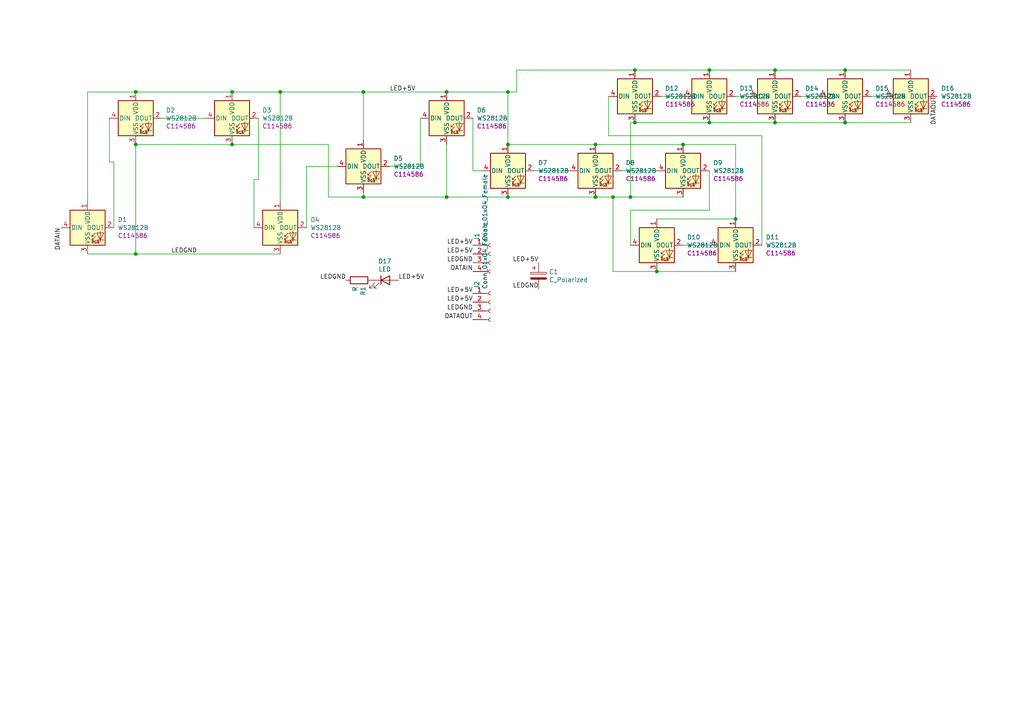
<source format=kicad_sch>
(kicad_sch (version 20211123) (generator eeschema)
  (paper "A4")
  (lib_symbols
    (symbol "Connector:Conn_01x04_Female" (pin_names (offset 1.016) hide)
      (property "Reference" "J" (at 0 5.08 0))
      (property "Value" "Conn_01x04_Female" (at 0 -7.62 0))
      (symbol "Conn_01x04_Female_1_1"
        (arc (start 0 -4.572) (mid -0.508 -5.08) (end 0 -5.588) (stroke (width 0.1524)))
        (arc (start 0 -2.032) (mid -0.508 -2.54) (end 0 -3.048) (stroke (width 0.1524)))
        (polyline (pts (xy -1.27 -5.08) (xy -0.508 -5.08)) (stroke (width 0.1524)))
        (polyline (pts (xy -1.27 -2.54) (xy -0.508 -2.54)) (stroke (width 0.1524)))
        (polyline (pts (xy -1.27 0) (xy -0.508 0)) (stroke (width 0.1524)))
        (polyline (pts (xy -1.27 2.54) (xy -0.508 2.54)) (stroke (width 0.1524)))
        (arc (start 0 0.508) (mid -0.508 0) (end 0 -0.508) (stroke (width 0.1524)))
        (arc (start 0 3.048) (mid -0.508 2.54) (end 0 2.032) (stroke (width 0.1524)))
        (pin passive line (at -5.08 2.54 0) (length 3.81) (name "Pin_1") (number "1"))
        (pin passive line (at -5.08 0 0) (length 3.81) (name "Pin_2") (number "2"))
        (pin passive line (at -5.08 -2.54 0) (length 3.81) (name "Pin_3") (number "3"))
        (pin passive line (at -5.08 -5.08 0) (length 3.81) (name "Pin_4") (number "4"))
      )
    )
    (symbol "Device:C_Polarized" (pin_numbers hide) (pin_names (offset 0.254))
      (property "Reference" "C" (at 0.635 2.54 0))
      (property "Value" "C_Polarized" (at 0.635 -2.54 0))
      (symbol "C_Polarized_0_1"
        (rectangle (start -2.286 0.508) (end 2.286 1.016))
        (polyline (pts (xy -1.778 2.286) (xy -0.762 2.286)))
        (polyline (pts (xy -1.27 2.794) (xy -1.27 1.778)))
        (rectangle (start 2.286 -0.508) (end -2.286 -1.016) (fill (type outline)))
      )
      (symbol "C_Polarized_1_1"
        (pin passive line (at 0 3.81 270) (length 2.794) (name "~") (number "1"))
        (pin passive line (at 0 -3.81 90) (length 2.794) (name "~") (number "2"))
      )
    )
    (symbol "Device:LED" (pin_numbers hide) (pin_names (offset 1.016) hide)
      (property "Reference" "D" (at 0 2.54 0))
      (property "Value" "LED" (at 0 -2.54 0))
      (symbol "LED_0_1"
        (polyline (pts (xy -1.27 -1.27) (xy -1.27 1.27)) (stroke (width 0.254)))
        (polyline (pts (xy -1.27 0) (xy 1.27 0)))
        (polyline (pts (xy 1.27 -1.27) (xy 1.27 1.27) (xy -1.27 0) (xy 1.27 -1.27)) (stroke (width 0.254)))
        (polyline (pts (xy -3.048 -0.762) (xy -4.572 -2.286) (xy -3.81 -2.286) (xy -4.572 -2.286) (xy -4.572 -1.524)))
        (polyline (pts (xy -1.778 -0.762) (xy -3.302 -2.286) (xy -2.54 -2.286) (xy -3.302 -2.286) (xy -3.302 -1.524)))
      )
      (symbol "LED_1_1"
        (pin passive line (at -3.81 0 0) (length 2.54) (name "K") (number "1"))
        (pin passive line (at 3.81 0 180) (length 2.54) (name "A") (number "2"))
      )
    )
    (symbol "Device:R" (pin_numbers hide) (pin_names (offset 0))
      (property "Reference" "R" (at 2.032 0 90))
      (property "Value" "R" (at 0 0 90))
      (symbol "R_0_1"
        (rectangle (start -1.016 -2.54) (end 1.016 2.54) (stroke (width 0.254)))
      )
      (symbol "R_1_1"
        (pin passive line (at 0 3.81 270) (length 1.27) (name "~") (number "1"))
        (pin passive line (at 0 -3.81 90) (length 1.27) (name "~") (number "2"))
      )
    )
    (symbol "LED:WS2812B" (pin_names (offset 0.254))
      (property "Reference" "D" (at 5.08 5.715 0))
      (property "Value" "WS2812B" (at 1.27 -5.715 0))
      (symbol "WS2812B_0_0"
        (text "RGB" (at 2.286 -4.191 0) (effects (font (size 0.762 0.762))))
      )
      (symbol "WS2812B_0_1"
        (polyline (pts (xy 1.27 -3.556) (xy 1.778 -3.556)))
        (polyline (pts (xy 1.27 -2.54) (xy 1.778 -2.54)))
        (polyline (pts (xy 4.699 -3.556) (xy 2.667 -3.556)))
        (polyline (pts (xy 2.286 -2.54) (xy 1.27 -3.556) (xy 1.27 -3.048)))
        (polyline (pts (xy 2.286 -1.524) (xy 1.27 -2.54) (xy 1.27 -2.032)))
        (polyline (pts (xy 3.683 -1.016) (xy 3.683 -3.556) (xy 3.683 -4.064)))
        (polyline (pts (xy 4.699 -1.524) (xy 2.667 -1.524) (xy 3.683 -3.556) (xy 4.699 -1.524)))
        (rectangle (start 5.08 5.08) (end -5.08 -5.08) (stroke (width 0.254)) (fill (type background)))
      )
      (symbol "WS2812B_1_1"
        (pin power_in line (at 0 7.62 270) (length 2.54) (name "VDD") (number "1"))
        (pin output line (at 7.62 0 180) (length 2.54) (name "DOUT") (number "2"))
        (pin power_in line (at 0 -7.62 90) (length 2.54) (name "VSS") (number "3"))
        (pin input line (at -7.62 0 0) (length 2.54) (name "DIN") (number "4"))
      )
    )
  )
  (junction (at 224.79 20.32))
  (junction (at 81.28 26.67))
  (junction (at 147.32 26.67))
  (junction (at 213.36 63.5))
  (junction (at 147.32 41.91))
  (junction (at 177.8 57.15))
  (junction (at 67.31 41.91))
  (junction (at 129.54 57.15))
  (junction (at 245.11 35.56))
  (junction (at 190.5 78.74))
  (junction (at 172.72 57.15))
  (junction (at 39.37 26.67))
  (junction (at 245.11 20.32))
  (junction (at 105.41 57.15))
  (junction (at 147.32 57.15))
  (junction (at 172.72 41.91))
  (junction (at 205.74 35.56))
  (junction (at 184.15 20.32))
  (junction (at 39.37 41.91))
  (junction (at 182.88 57.15))
  (junction (at 129.54 26.67))
  (junction (at 39.37 73.66))
  (junction (at 224.79 35.56))
  (junction (at 198.12 41.91))
  (junction (at 67.31 26.67))
  (junction (at 205.74 20.32))
  (junction (at 184.15 35.56))
  (junction (at 105.41 26.67))
  (wire (pts (xy 205.74 20.32) (xy 184.15 20.32)))
  (wire (pts (xy 198.12 41.91) (xy 172.72 41.91)))
  (wire (pts (xy 205.74 60.96) (xy 182.88 60.96)))
  (wire (pts (xy 95.25 57.15) (xy 105.41 57.15)))
  (wire (pts (xy 177.8 57.15) (xy 172.72 57.15)))
  (wire (pts (xy 182.88 60.96) (xy 182.88 71.12)))
  (wire (pts (xy 25.4 73.66) (xy 39.37 73.66)))
  (wire (pts (xy 149.86 20.32) (xy 149.86 26.67)))
  (wire (pts (xy 182.88 35.56) (xy 184.15 35.56)))
  (wire (pts (xy 39.37 73.66) (xy 39.37 41.91)))
  (wire (pts (xy 129.54 41.91) (xy 129.54 57.15)))
  (wire (pts (xy 105.41 57.15) (xy 129.54 57.15)))
  (wire (pts (xy 180.34 49.53) (xy 190.5 49.53)))
  (wire (pts (xy 33.02 66.04) (xy 33.02 46.99)))
  (wire (pts (xy 113.03 48.26) (xy 121.92 48.26)))
  (wire (pts (xy 213.36 63.5) (xy 190.5 63.5)))
  (wire (pts (xy 177.8 57.15) (xy 177.8 78.74)))
  (wire (pts (xy 147.32 41.91) (xy 147.32 26.67)))
  (wire (pts (xy 39.37 73.66) (xy 81.28 73.66)))
  (wire (pts (xy 147.32 26.67) (xy 149.86 26.67)))
  (wire (pts (xy 81.28 58.42) (xy 81.28 26.67)))
  (wire (pts (xy 39.37 41.91) (xy 67.31 41.91)))
  (wire (pts (xy 213.36 41.91) (xy 198.12 41.91)))
  (wire (pts (xy 182.88 57.15) (xy 182.88 35.56)))
  (wire (pts (xy 81.28 26.67) (xy 67.31 26.67)))
  (wire (pts (xy 264.16 20.32) (xy 245.11 20.32)))
  (wire (pts (xy 88.9 48.26) (xy 97.79 48.26)))
  (wire (pts (xy 198.12 57.15) (xy 182.88 57.15)))
  (wire (pts (xy 205.74 35.56) (xy 224.79 35.56)))
  (wire (pts (xy 129.54 57.15) (xy 147.32 57.15)))
  (wire (pts (xy 129.54 26.67) (xy 147.32 26.67)))
  (wire (pts (xy 105.41 55.88) (xy 105.41 57.15)))
  (wire (pts (xy 46.99 34.29) (xy 59.69 34.29)))
  (wire (pts (xy 245.11 20.32) (xy 224.79 20.32)))
  (wire (pts (xy 232.41 27.94) (xy 237.49 27.94)))
  (wire (pts (xy 190.5 78.74) (xy 213.36 78.74)))
  (wire (pts (xy 33.02 46.99) (xy 31.75 46.99)))
  (wire (pts (xy 25.4 26.67) (xy 39.37 26.67)))
  (wire (pts (xy 224.79 35.56) (xy 245.11 35.56)))
  (wire (pts (xy 95.25 41.91) (xy 95.25 57.15)))
  (wire (pts (xy 172.72 57.15) (xy 147.32 57.15)))
  (wire (pts (xy 74.93 52.07) (xy 73.66 52.07)))
  (wire (pts (xy 184.15 35.56) (xy 205.74 35.56)))
  (wire (pts (xy 31.75 46.99) (xy 31.75 34.29)))
  (wire (pts (xy 105.41 26.67) (xy 81.28 26.67)))
  (wire (pts (xy 177.8 78.74) (xy 190.5 78.74)))
  (wire (pts (xy 198.12 71.12) (xy 205.74 71.12)))
  (wire (pts (xy 224.79 20.32) (xy 205.74 20.32)))
  (wire (pts (xy 220.98 71.12) (xy 220.98 39.37)))
  (wire (pts (xy 88.9 66.04) (xy 88.9 48.26)))
  (wire (pts (xy 220.98 39.37) (xy 176.53 39.37)))
  (wire (pts (xy 184.15 20.32) (xy 149.86 20.32)))
  (wire (pts (xy 213.36 63.5) (xy 213.36 41.91)))
  (wire (pts (xy 25.4 58.42) (xy 25.4 26.67)))
  (wire (pts (xy 213.36 27.94) (xy 217.17 27.94)))
  (wire (pts (xy 67.31 26.67) (xy 39.37 26.67)))
  (wire (pts (xy 129.54 26.67) (xy 105.41 26.67)))
  (wire (pts (xy 245.11 35.56) (xy 264.16 35.56)))
  (wire (pts (xy 137.16 49.53) (xy 139.7 49.53)))
  (wire (pts (xy 191.77 27.94) (xy 198.12 27.94)))
  (wire (pts (xy 182.88 57.15) (xy 177.8 57.15)))
  (wire (pts (xy 205.74 49.53) (xy 205.74 60.96)))
  (wire (pts (xy 73.66 52.07) (xy 73.66 66.04)))
  (wire (pts (xy 67.31 41.91) (xy 95.25 41.91)))
  (wire (pts (xy 121.92 48.26) (xy 121.92 34.29)))
  (wire (pts (xy 252.73 27.94) (xy 256.54 27.94)))
  (wire (pts (xy 105.41 40.64) (xy 105.41 26.67)))
  (wire (pts (xy 172.72 41.91) (xy 147.32 41.91)))
  (wire (pts (xy 154.94 49.53) (xy 165.1 49.53)))
  (wire (pts (xy 74.93 34.29) (xy 74.93 52.07)))
  (wire (pts (xy 137.16 34.29) (xy 137.16 49.53)))
  (wire (pts (xy 176.53 39.37) (xy 176.53 27.94)))
  (label "LED+5V" (at 156.21 76.2 180))
  (label "LEDGND" (at 100.33 81.28 180))
  (label "LED+5V" (at 137.16 73.66 180))
  (label "LEDGND" (at 156.21 83.82 180))
  (label "LEDGND" (at 57.15 73.66 180))
  (label "DATAOUT" (at 271.78 27.94 270))
  (label "LED+5V" (at 137.16 87.63 180))
  (label "LED+5V" (at 115.57 81.28 0))
  (label "DATAIN" (at 17.78 66.04 270))
  (label "DATAIN" (at 137.16 78.74 180))
  (label "LEDGND" (at 137.16 90.17 180))
  (label "LEDGND" (at 137.16 76.2 180))
  (label "LED+5V" (at 137.16 85.09 180))
  (label "DATAOUT" (at 137.16 92.71 180))
  (label "LED+5V" (at 113.03 26.67 0))
  (label "LED+5V" (at 137.16 71.12 180))
  (symbol (lib_id "LED:WS2812B") (at 39.37 34.29 0) (unit 1)
    (property "Reference" "D2" (at 48.1076 31.9786 0) (effects (justify left)))
    (property "Value" "WS2812B" (at 48.1076 34.29 0) (effects (justify left)))
    (property "Footprint" "OH_Footprints:LED_WS2812B_PLCC4_5.0x5.0mm_P3.2mm" (effects hide))
    (property "Datasheet" "https://cdn-shop.adafruit.com/datasheets/WS2812B.pdf" (effects hide))
    (property "LCSC Part Number" "C114586" (at 48.1076 36.6014 0) (effects (justify left)))
  )
  (symbol (lib_id "LED:WS2812B") (at 67.31 34.29 0) (unit 1)
    (property "Reference" "D3" (at 76.0476 31.9786 0) (effects (justify left)))
    (property "Value" "WS2812B" (at 76.0476 34.29 0) (effects (justify left)))
    (property "Footprint" "OH_Footprints:LED_WS2812B_PLCC4_5.0x5.0mm_P3.2mm" (effects hide))
    (property "Datasheet" "https://cdn-shop.adafruit.com/datasheets/WS2812B.pdf" (effects hide))
    (property "LCSC Part Number" "C114586" (at 76.0476 36.6014 0) (effects (justify left)))
  )
  (symbol (lib_id "LED:WS2812B") (at 25.4 66.04 0) (unit 1)
    (property "Reference" "D1" (at 34.1376 63.7286 0) (effects (justify left)))
    (property "Value" "WS2812B" (at 34.1376 66.04 0) (effects (justify left)))
    (property "Footprint" "OH_Footprints:LED_WS2812B_PLCC4_5.0x5.0mm_P3.2mm" (effects hide))
    (property "Datasheet" "https://cdn-shop.adafruit.com/datasheets/WS2812B.pdf" (effects hide))
    (property "LCSC Part Number" "C114586" (at 34.1376 68.3514 0) (effects (justify left)))
  )
  (symbol (lib_id "LED:WS2812B") (at 81.28 66.04 0) (unit 1)
    (property "Reference" "D4" (at 90.0176 63.7286 0) (effects (justify left)))
    (property "Value" "WS2812B" (at 90.0176 66.04 0) (effects (justify left)))
    (property "Footprint" "OH_Footprints:LED_WS2812B_PLCC4_5.0x5.0mm_P3.2mm" (effects hide))
    (property "Datasheet" "https://cdn-shop.adafruit.com/datasheets/WS2812B.pdf" (effects hide))
    (property "LCSC Part Number" "C114586" (at 90.0176 68.3514 0) (effects (justify left)))
  )
  (symbol (lib_id "LED:WS2812B") (at 105.41 48.26 0) (unit 1)
    (property "Reference" "D5" (at 114.1476 45.9486 0) (effects (justify left)))
    (property "Value" "WS2812B" (at 114.1476 48.26 0) (effects (justify left)))
    (property "Footprint" "OH_Footprints:LED_WS2812B_PLCC4_5.0x5.0mm_P3.2mm" (effects hide))
    (property "Datasheet" "https://cdn-shop.adafruit.com/datasheets/WS2812B.pdf" (effects hide))
    (property "LCSC Part Number" "C114586" (at 114.1476 50.5714 0) (effects (justify left)))
  )
  (symbol (lib_id "LED:WS2812B") (at 129.54 34.29 0) (unit 1)
    (property "Reference" "D6" (at 138.2776 31.9786 0) (effects (justify left)))
    (property "Value" "WS2812B" (at 138.2776 34.29 0) (effects (justify left)))
    (property "Footprint" "OH_Footprints:LED_WS2812B_PLCC4_5.0x5.0mm_P3.2mm" (effects hide))
    (property "Datasheet" "https://cdn-shop.adafruit.com/datasheets/WS2812B.pdf" (effects hide))
    (property "LCSC Part Number" "C114586" (at 138.2776 36.6014 0) (effects (justify left)))
  )
  (symbol (lib_id "LED:WS2812B") (at 147.32 49.53 0) (unit 1)
    (property "Reference" "D7" (at 156.0576 47.2186 0) (effects (justify left)))
    (property "Value" "WS2812B" (at 156.0576 49.53 0) (effects (justify left)))
    (property "Footprint" "OH_Footprints:LED_WS2812B_PLCC4_5.0x5.0mm_P3.2mm" (effects hide))
    (property "Datasheet" "https://cdn-shop.adafruit.com/datasheets/WS2812B.pdf" (effects hide))
    (property "LCSC Part Number" "C114586" (at 156.0576 51.8414 0) (effects (justify left)))
  )
  (symbol (lib_id "LED:WS2812B") (at 172.72 49.53 0) (unit 1)
    (property "Reference" "D8" (at 181.4576 47.2186 0) (effects (justify left)))
    (property "Value" "WS2812B" (at 181.4576 49.53 0) (effects (justify left)))
    (property "Footprint" "OH_Footprints:LED_WS2812B_PLCC4_5.0x5.0mm_P3.2mm" (effects hide))
    (property "Datasheet" "https://cdn-shop.adafruit.com/datasheets/WS2812B.pdf" (effects hide))
    (property "LCSC Part Number" "C114586" (at 181.4576 51.8414 0) (effects (justify left)))
  )
  (symbol (lib_id "LED:WS2812B") (at 184.15 27.94 0) (unit 1)
    (property "Reference" "D12" (at 192.8876 25.6286 0) (effects (justify left)))
    (property "Value" "WS2812B" (at 192.8876 27.94 0) (effects (justify left)))
    (property "Footprint" "OH_Footprints:LED_WS2812B_PLCC4_5.0x5.0mm_P3.2mm" (effects hide))
    (property "Datasheet" "https://cdn-shop.adafruit.com/datasheets/WS2812B.pdf" (effects hide))
    (property "LCSC Part Number" "C114586" (at 192.8876 30.2514 0) (effects (justify left)))
  )
  (symbol (lib_id "LED:WS2812B") (at 205.74 27.94 0) (unit 1)
    (property "Reference" "D13" (at 214.4776 25.6286 0) (effects (justify left)))
    (property "Value" "WS2812B" (at 214.4776 27.94 0) (effects (justify left)))
    (property "Footprint" "OH_Footprints:LED_WS2812B_PLCC4_5.0x5.0mm_P3.2mm" (effects hide))
    (property "Datasheet" "https://cdn-shop.adafruit.com/datasheets/WS2812B.pdf" (effects hide))
    (property "LCSC Part Number" "C114586" (at 214.4776 30.2514 0) (effects (justify left)))
  )
  (symbol (lib_id "LED:WS2812B") (at 224.79 27.94 0) (unit 1)
    (property "Reference" "D14" (at 233.5276 25.6286 0) (effects (justify left)))
    (property "Value" "WS2812B" (at 233.5276 27.94 0) (effects (justify left)))
    (property "Footprint" "OH_Footprints:LED_WS2812B_PLCC4_5.0x5.0mm_P3.2mm" (effects hide))
    (property "Datasheet" "https://cdn-shop.adafruit.com/datasheets/WS2812B.pdf" (effects hide))
    (property "LCSC Part Number" "C114586" (at 233.5276 30.2514 0) (effects (justify left)))
  )
  (symbol (lib_id "LED:WS2812B") (at 245.11 27.94 0) (unit 1)
    (property "Reference" "D15" (at 253.8476 25.6286 0) (effects (justify left)))
    (property "Value" "WS2812B" (at 253.8476 27.94 0) (effects (justify left)))
    (property "Footprint" "OH_Footprints:LED_WS2812B_PLCC4_5.0x5.0mm_P3.2mm" (effects hide))
    (property "Datasheet" "https://cdn-shop.adafruit.com/datasheets/WS2812B.pdf" (effects hide))
    (property "LCSC Part Number" "C114586" (at 253.8476 30.2514 0) (effects (justify left)))
  )
  (symbol (lib_id "LED:WS2812B") (at 264.16 27.94 0) (unit 1)
    (property "Reference" "D16" (at 272.8976 25.6286 0) (effects (justify left)))
    (property "Value" "WS2812B" (at 272.8976 27.94 0) (effects (justify left)))
    (property "Footprint" "OH_Footprints:LED_WS2812B_PLCC4_5.0x5.0mm_P3.2mm" (effects hide))
    (property "Datasheet" "https://cdn-shop.adafruit.com/datasheets/WS2812B.pdf" (effects hide))
    (property "LCSC Part Number" "C114586" (at 272.8976 30.2514 0) (effects (justify left)))
  )
  (symbol (lib_id "LED:WS2812B") (at 198.12 49.53 0) (unit 1)
    (property "Reference" "D9" (at 206.8576 47.2186 0) (effects (justify left)))
    (property "Value" "WS2812B" (at 206.8576 49.53 0) (effects (justify left)))
    (property "Footprint" "OH_Footprints:LED_WS2812B_PLCC4_5.0x5.0mm_P3.2mm" (effects hide))
    (property "Datasheet" "https://cdn-shop.adafruit.com/datasheets/WS2812B.pdf" (effects hide))
    (property "LCSC Part Number" "C114586" (at 206.8576 51.8414 0) (effects (justify left)))
  )
  (symbol (lib_id "LED:WS2812B") (at 190.5 71.12 0) (unit 1)
    (property "Reference" "D10" (at 199.2376 68.8086 0) (effects (justify left)))
    (property "Value" "WS2812B" (at 199.2376 71.12 0) (effects (justify left)))
    (property "Footprint" "OH_Footprints:LED_WS2812B_PLCC4_5.0x5.0mm_P3.2mm" (effects hide))
    (property "Datasheet" "https://cdn-shop.adafruit.com/datasheets/WS2812B.pdf" (effects hide))
    (property "LCSC Part Number" "C114586" (at 199.2376 73.4314 0) (effects (justify left)))
  )
  (symbol (lib_id "LED:WS2812B") (at 213.36 71.12 0) (unit 1)
    (property "Reference" "D11" (at 222.0976 68.8086 0) (effects (justify left)))
    (property "Value" "WS2812B" (at 222.0976 71.12 0) (effects (justify left)))
    (property "Footprint" "OH_Footprints:LED_WS2812B_PLCC4_5.0x5.0mm_P3.2mm" (effects hide))
    (property "Datasheet" "https://cdn-shop.adafruit.com/datasheets/WS2812B.pdf" (effects hide))
    (property "LCSC Part Number" "C114586" (at 222.0976 73.4314 0) (effects (justify left)))
  )
  (symbol (lib_id "Connector:Conn_01x04_Female") (at 142.24 73.66 0) (unit 1)
    (property "Reference" "J1" (at 138.3284 69.9008 90) (effects (justify left)))
    (property "Value" "Conn_01x04_Female" (at 140.6398 69.9008 90) (effects (justify left)))
    (property "Footprint" "OH_Footprints:Molex_Mini-Fit_Jr_5566-04A_2x02_P4.20mm_Vertical" (effects hide))
  )
  (symbol (lib_id "Device:C_Polarized") (at 156.21 80.01 0) (unit 1)
    (property "Reference" "C1" (at 159.2072 78.8416 0) (effects (justify left)))
    (property "Value" "C_Polarized" (at 159.2072 81.153 0) (effects (justify left)))
    (property "Footprint" "OH_Footprints:CP_Elec_8x10" (effects hide))
  )
  (symbol (lib_id "Connector:Conn_01x04_Female") (at 142.24 87.63 0) (unit 1)
    (property "Reference" "J2" (at 138.3284 83.8708 90) (effects (justify left)))
    (property "Value" "Conn_01x04_Female" (at 140.6398 83.8708 90) (effects (justify left)))
    (property "Footprint" "OH_Footprints:Molex_Mini-Fit_Jr_5566-04A_2x02_P4.20mm_Vertical" (effects hide))
  )
  (symbol (lib_id "Device:LED") (at 111.76 81.28 0) (unit 1)
    (property "Reference" "D17" (at 111.5822 75.7682 0))
    (property "Value" "LED" (at 111.5822 78.0796 0))
    (property "Footprint" "OH_Footprints:LED_D3.0mm" (effects hide))
  )
  (symbol (lib_id "Device:R") (at 104.14 81.28 270) (unit 1)
    (property "Reference" "R1" (at 105.3084 83.058 0) (effects (justify left)))
    (property "Value" "R" (at 102.997 83.058 0) (effects (justify left)))
    (property "Footprint" "OH_Footprints:R_0603_1608Metric" (effects hide))
  )
)
</source>
